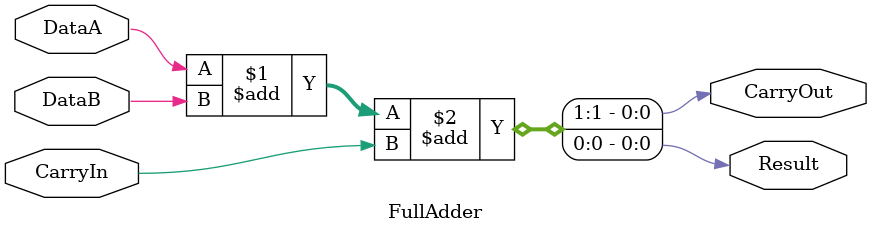
<source format=v>
/******************************************************************************
 ** Logisim goes FPGA automatic generated Verilog code                       **
 **                                                                          **
 ** Component : FullAdder                                                    **
 **                                                                          **
 ******************************************************************************/

module FullAdder( CarryIn,
                  DataA,
                  DataB,
                  CarryOut,
                  Result);

   /***************************************************************************
    ** Here all module parameters are defined with a dummy value             **
    ***************************************************************************/
   parameter ExtendedBits = 1;


   /***************************************************************************
    ** Here the inputs are defined                                           **
    ***************************************************************************/
   input  CarryIn;
   input  DataA;
   input  DataB;

   /***************************************************************************
    ** Here the outputs are defined                                          **
    ***************************************************************************/
   output CarryOut;
   output Result;

   /***************************************************************************
    ** Here the internal wires are defined                                   **
    ***************************************************************************/
   wire[ExtendedBits-1:0] s_extended_dataA;
   wire[ExtendedBits-1:0] s_extended_dataB;
   wire[ExtendedBits-1:0] s_sum_result;

    assign   {CarryOut,Result} = DataA + DataB + CarryIn;

endmodule

</source>
